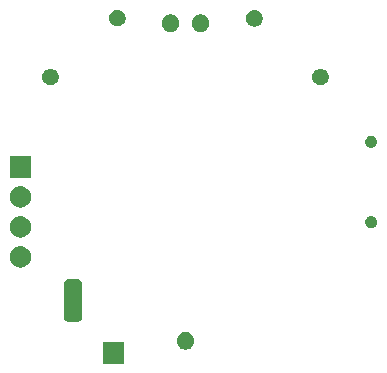
<source format=gbr>
G04 #@! TF.GenerationSoftware,KiCad,Pcbnew,(5.1.6)-1*
G04 #@! TF.CreationDate,2020-10-21T14:23:11+02:00*
G04 #@! TF.ProjectId,Stimmungslicht,5374696d-6d75-46e6-9773-6c696368742e,rev?*
G04 #@! TF.SameCoordinates,Original*
G04 #@! TF.FileFunction,Soldermask,Bot*
G04 #@! TF.FilePolarity,Negative*
%FSLAX46Y46*%
G04 Gerber Fmt 4.6, Leading zero omitted, Abs format (unit mm)*
G04 Created by KiCad (PCBNEW (5.1.6)-1) date 2020-10-21 14:23:11*
%MOMM*%
%LPD*%
G01*
G04 APERTURE LIST*
%ADD10C,0.100000*%
G04 APERTURE END LIST*
D10*
G36*
X139026200Y-131685600D02*
G01*
X137224200Y-131685600D01*
X137224200Y-129883600D01*
X139026200Y-129883600D01*
X139026200Y-131685600D01*
G37*
G36*
X144450419Y-129042780D02*
G01*
X144587092Y-129099392D01*
X144710095Y-129181580D01*
X144814700Y-129286185D01*
X144896888Y-129409188D01*
X144953500Y-129545861D01*
X144982360Y-129690953D01*
X144982360Y-129838887D01*
X144953500Y-129983979D01*
X144896888Y-130120652D01*
X144814700Y-130243655D01*
X144710095Y-130348260D01*
X144587092Y-130430448D01*
X144587091Y-130430449D01*
X144587090Y-130430449D01*
X144450419Y-130487060D01*
X144305328Y-130515920D01*
X144157392Y-130515920D01*
X144012301Y-130487060D01*
X143875630Y-130430449D01*
X143875629Y-130430449D01*
X143875628Y-130430448D01*
X143752625Y-130348260D01*
X143648020Y-130243655D01*
X143565832Y-130120652D01*
X143509220Y-129983979D01*
X143480360Y-129838887D01*
X143480360Y-129690953D01*
X143509220Y-129545861D01*
X143565832Y-129409188D01*
X143648020Y-129286185D01*
X143752625Y-129181580D01*
X143875628Y-129099392D01*
X144012301Y-129042780D01*
X144157392Y-129013920D01*
X144305328Y-129013920D01*
X144450419Y-129042780D01*
G37*
G36*
X134963479Y-124494634D02*
G01*
X134975730Y-124495236D01*
X134994149Y-124495236D01*
X135016429Y-124497430D01*
X135100513Y-124514156D01*
X135121940Y-124520656D01*
X135201138Y-124553460D01*
X135206583Y-124556371D01*
X135206589Y-124556373D01*
X135215449Y-124561109D01*
X135215453Y-124561112D01*
X135220894Y-124564020D01*
X135292179Y-124611651D01*
X135309484Y-124625852D01*
X135370108Y-124686476D01*
X135384309Y-124703781D01*
X135431940Y-124775066D01*
X135434848Y-124780507D01*
X135434851Y-124780511D01*
X135439587Y-124789371D01*
X135439589Y-124789377D01*
X135442500Y-124794822D01*
X135475304Y-124874020D01*
X135481804Y-124895447D01*
X135498530Y-124979531D01*
X135500724Y-125001811D01*
X135500724Y-125020230D01*
X135501326Y-125032481D01*
X135503132Y-125050819D01*
X135503132Y-125588540D01*
X135501543Y-125604679D01*
X135497135Y-125619208D01*
X135491674Y-125632391D01*
X135486892Y-125656425D01*
X135486891Y-125680929D01*
X135491671Y-125704962D01*
X135501048Y-125727601D01*
X135502280Y-125729445D01*
X135502280Y-126960730D01*
X135495805Y-126972844D01*
X135488692Y-126996293D01*
X135486290Y-127020679D01*
X135488692Y-127045065D01*
X135495805Y-127068514D01*
X135498128Y-127073426D01*
X135501543Y-127084681D01*
X135503132Y-127100820D01*
X135503132Y-127638542D01*
X135501326Y-127656879D01*
X135500724Y-127669130D01*
X135500724Y-127687549D01*
X135498530Y-127709829D01*
X135481804Y-127793913D01*
X135475304Y-127815340D01*
X135442500Y-127894538D01*
X135439589Y-127899983D01*
X135439587Y-127899989D01*
X135434851Y-127908849D01*
X135434848Y-127908853D01*
X135431940Y-127914294D01*
X135384309Y-127985579D01*
X135370108Y-128002884D01*
X135309484Y-128063508D01*
X135292179Y-128077709D01*
X135220894Y-128125340D01*
X135215453Y-128128248D01*
X135215449Y-128128251D01*
X135206589Y-128132987D01*
X135206583Y-128132989D01*
X135201138Y-128135900D01*
X135121940Y-128168704D01*
X135100513Y-128175204D01*
X135016429Y-128191930D01*
X134994149Y-128194124D01*
X134975730Y-128194124D01*
X134963479Y-128194726D01*
X134945142Y-128196532D01*
X134457418Y-128196532D01*
X134439081Y-128194726D01*
X134426830Y-128194124D01*
X134408411Y-128194124D01*
X134386131Y-128191930D01*
X134302047Y-128175204D01*
X134280620Y-128168704D01*
X134201422Y-128135900D01*
X134195977Y-128132989D01*
X134195971Y-128132987D01*
X134187111Y-128128251D01*
X134187107Y-128128248D01*
X134181666Y-128125340D01*
X134110381Y-128077709D01*
X134093076Y-128063508D01*
X134032452Y-128002884D01*
X134018251Y-127985579D01*
X133970620Y-127914294D01*
X133967712Y-127908853D01*
X133967709Y-127908849D01*
X133962973Y-127899989D01*
X133962971Y-127899983D01*
X133960060Y-127894538D01*
X133927256Y-127815340D01*
X133920756Y-127793913D01*
X133904030Y-127709829D01*
X133901836Y-127687549D01*
X133901836Y-127669130D01*
X133901234Y-127656879D01*
X133899428Y-127638542D01*
X133899428Y-127100820D01*
X133901017Y-127084681D01*
X133905425Y-127070152D01*
X133910886Y-127056969D01*
X133915668Y-127032935D01*
X133915669Y-127008431D01*
X133910889Y-126984398D01*
X133901512Y-126961759D01*
X133900280Y-126959915D01*
X133900280Y-125728630D01*
X133906755Y-125716516D01*
X133913868Y-125693067D01*
X133916270Y-125668681D01*
X133913868Y-125644295D01*
X133906755Y-125620846D01*
X133904432Y-125615934D01*
X133901017Y-125604679D01*
X133899428Y-125588540D01*
X133899428Y-125050819D01*
X133901234Y-125032481D01*
X133901836Y-125020230D01*
X133901836Y-125001811D01*
X133904030Y-124979531D01*
X133920756Y-124895447D01*
X133927256Y-124874020D01*
X133960060Y-124794822D01*
X133962971Y-124789377D01*
X133962973Y-124789371D01*
X133967709Y-124780511D01*
X133967712Y-124780507D01*
X133970620Y-124775066D01*
X134018251Y-124703781D01*
X134032452Y-124686476D01*
X134093076Y-124625852D01*
X134110381Y-124611651D01*
X134181666Y-124564020D01*
X134187107Y-124561112D01*
X134187111Y-124561109D01*
X134195971Y-124556373D01*
X134195977Y-124556371D01*
X134201422Y-124553460D01*
X134280620Y-124520656D01*
X134302047Y-124514156D01*
X134386131Y-124497430D01*
X134408411Y-124495236D01*
X134426830Y-124495236D01*
X134439081Y-124494634D01*
X134457419Y-124492828D01*
X134945141Y-124492828D01*
X134963479Y-124494634D01*
G37*
G36*
X130364712Y-121760527D02*
G01*
X130514012Y-121790224D01*
X130677984Y-121858144D01*
X130825554Y-121956747D01*
X130951053Y-122082246D01*
X131049656Y-122229816D01*
X131117576Y-122393788D01*
X131152200Y-122567859D01*
X131152200Y-122745341D01*
X131117576Y-122919412D01*
X131049656Y-123083384D01*
X130951053Y-123230954D01*
X130825554Y-123356453D01*
X130677984Y-123455056D01*
X130514012Y-123522976D01*
X130364712Y-123552673D01*
X130339942Y-123557600D01*
X130162458Y-123557600D01*
X130137688Y-123552673D01*
X129988388Y-123522976D01*
X129824416Y-123455056D01*
X129676846Y-123356453D01*
X129551347Y-123230954D01*
X129452744Y-123083384D01*
X129384824Y-122919412D01*
X129350200Y-122745341D01*
X129350200Y-122567859D01*
X129384824Y-122393788D01*
X129452744Y-122229816D01*
X129551347Y-122082246D01*
X129676846Y-121956747D01*
X129824416Y-121858144D01*
X129988388Y-121790224D01*
X130137688Y-121760527D01*
X130162458Y-121755600D01*
X130339942Y-121755600D01*
X130364712Y-121760527D01*
G37*
G36*
X130364712Y-119220527D02*
G01*
X130514012Y-119250224D01*
X130677984Y-119318144D01*
X130825554Y-119416747D01*
X130951053Y-119542246D01*
X131049656Y-119689816D01*
X131117576Y-119853788D01*
X131152200Y-120027859D01*
X131152200Y-120205341D01*
X131117576Y-120379412D01*
X131049656Y-120543384D01*
X130951053Y-120690954D01*
X130825554Y-120816453D01*
X130677984Y-120915056D01*
X130514012Y-120982976D01*
X130364712Y-121012673D01*
X130339942Y-121017600D01*
X130162458Y-121017600D01*
X130137688Y-121012673D01*
X129988388Y-120982976D01*
X129824416Y-120915056D01*
X129676846Y-120816453D01*
X129551347Y-120690954D01*
X129452744Y-120543384D01*
X129384824Y-120379412D01*
X129350200Y-120205341D01*
X129350200Y-120027859D01*
X129384824Y-119853788D01*
X129452744Y-119689816D01*
X129551347Y-119542246D01*
X129676846Y-119416747D01*
X129824416Y-119318144D01*
X129988388Y-119250224D01*
X130137688Y-119220527D01*
X130162458Y-119215600D01*
X130339942Y-119215600D01*
X130364712Y-119220527D01*
G37*
G36*
X160038940Y-119215227D02*
G01*
X160087336Y-119224853D01*
X160125102Y-119240496D01*
X160178511Y-119262619D01*
X160178512Y-119262620D01*
X160260569Y-119317448D01*
X160330352Y-119387231D01*
X160330353Y-119387233D01*
X160385181Y-119469289D01*
X160407304Y-119522698D01*
X160422947Y-119560464D01*
X160442200Y-119657256D01*
X160442200Y-119755944D01*
X160422947Y-119852736D01*
X160407304Y-119890502D01*
X160385181Y-119943911D01*
X160385180Y-119943912D01*
X160330352Y-120025969D01*
X160260569Y-120095752D01*
X160219262Y-120123352D01*
X160178511Y-120150581D01*
X160125102Y-120172704D01*
X160087336Y-120188347D01*
X160038940Y-120197973D01*
X159990545Y-120207600D01*
X159891855Y-120207600D01*
X159843460Y-120197973D01*
X159795064Y-120188347D01*
X159757298Y-120172704D01*
X159703889Y-120150581D01*
X159663138Y-120123352D01*
X159621831Y-120095752D01*
X159552048Y-120025969D01*
X159497220Y-119943912D01*
X159497219Y-119943911D01*
X159475096Y-119890502D01*
X159459453Y-119852736D01*
X159440200Y-119755944D01*
X159440200Y-119657256D01*
X159459453Y-119560464D01*
X159475096Y-119522698D01*
X159497219Y-119469289D01*
X159552047Y-119387233D01*
X159552048Y-119387231D01*
X159621831Y-119317448D01*
X159703888Y-119262620D01*
X159703889Y-119262619D01*
X159757298Y-119240496D01*
X159795064Y-119224853D01*
X159843460Y-119215227D01*
X159891855Y-119205600D01*
X159990545Y-119205600D01*
X160038940Y-119215227D01*
G37*
G36*
X130364712Y-116680527D02*
G01*
X130514012Y-116710224D01*
X130677984Y-116778144D01*
X130825554Y-116876747D01*
X130951053Y-117002246D01*
X131049656Y-117149816D01*
X131117576Y-117313788D01*
X131152200Y-117487859D01*
X131152200Y-117665341D01*
X131117576Y-117839412D01*
X131049656Y-118003384D01*
X130951053Y-118150954D01*
X130825554Y-118276453D01*
X130677984Y-118375056D01*
X130514012Y-118442976D01*
X130364712Y-118472673D01*
X130339942Y-118477600D01*
X130162458Y-118477600D01*
X130137688Y-118472673D01*
X129988388Y-118442976D01*
X129824416Y-118375056D01*
X129676846Y-118276453D01*
X129551347Y-118150954D01*
X129452744Y-118003384D01*
X129384824Y-117839412D01*
X129350200Y-117665341D01*
X129350200Y-117487859D01*
X129384824Y-117313788D01*
X129452744Y-117149816D01*
X129551347Y-117002246D01*
X129676846Y-116876747D01*
X129824416Y-116778144D01*
X129988388Y-116710224D01*
X130137688Y-116680527D01*
X130162458Y-116675600D01*
X130339942Y-116675600D01*
X130364712Y-116680527D01*
G37*
G36*
X131152200Y-115937600D02*
G01*
X129350200Y-115937600D01*
X129350200Y-114135600D01*
X131152200Y-114135600D01*
X131152200Y-115937600D01*
G37*
G36*
X160038940Y-112415226D02*
G01*
X160087336Y-112424853D01*
X160125102Y-112440496D01*
X160178511Y-112462619D01*
X160178512Y-112462620D01*
X160260569Y-112517448D01*
X160330352Y-112587231D01*
X160330353Y-112587233D01*
X160385181Y-112669289D01*
X160422947Y-112760465D01*
X160442200Y-112857255D01*
X160442200Y-112955945D01*
X160422947Y-113052735D01*
X160385181Y-113143911D01*
X160385180Y-113143912D01*
X160330352Y-113225969D01*
X160260569Y-113295752D01*
X160219262Y-113323352D01*
X160178511Y-113350581D01*
X160125102Y-113372704D01*
X160087336Y-113388347D01*
X160038940Y-113397974D01*
X159990545Y-113407600D01*
X159891855Y-113407600D01*
X159843460Y-113397974D01*
X159795064Y-113388347D01*
X159757298Y-113372704D01*
X159703889Y-113350581D01*
X159663138Y-113323352D01*
X159621831Y-113295752D01*
X159552048Y-113225969D01*
X159497220Y-113143912D01*
X159497219Y-113143911D01*
X159459453Y-113052735D01*
X159440200Y-112955945D01*
X159440200Y-112857255D01*
X159459453Y-112760465D01*
X159497219Y-112669289D01*
X159552047Y-112587233D01*
X159552048Y-112587231D01*
X159621831Y-112517448D01*
X159703888Y-112462620D01*
X159703889Y-112462619D01*
X159757298Y-112440496D01*
X159795064Y-112424853D01*
X159843460Y-112415226D01*
X159891855Y-112405600D01*
X159990545Y-112405600D01*
X160038940Y-112415226D01*
G37*
G36*
X132995673Y-106742538D02*
G01*
X133123249Y-106795382D01*
X133238059Y-106872095D01*
X133335705Y-106969741D01*
X133412418Y-107084551D01*
X133465262Y-107212127D01*
X133492200Y-107347556D01*
X133492200Y-107485644D01*
X133465262Y-107621073D01*
X133412418Y-107748649D01*
X133335705Y-107863459D01*
X133238059Y-107961105D01*
X133123249Y-108037818D01*
X132995673Y-108090662D01*
X132860244Y-108117600D01*
X132722156Y-108117600D01*
X132586727Y-108090662D01*
X132459151Y-108037818D01*
X132344341Y-107961105D01*
X132246695Y-107863459D01*
X132169982Y-107748649D01*
X132117138Y-107621073D01*
X132090200Y-107485644D01*
X132090200Y-107347556D01*
X132117138Y-107212127D01*
X132169982Y-107084551D01*
X132246695Y-106969741D01*
X132344341Y-106872095D01*
X132459151Y-106795382D01*
X132586727Y-106742538D01*
X132722156Y-106715600D01*
X132860244Y-106715600D01*
X132995673Y-106742538D01*
G37*
G36*
X155855673Y-106742538D02*
G01*
X155983249Y-106795382D01*
X156098059Y-106872095D01*
X156195705Y-106969741D01*
X156272418Y-107084551D01*
X156325262Y-107212127D01*
X156352200Y-107347556D01*
X156352200Y-107485644D01*
X156325262Y-107621073D01*
X156272418Y-107748649D01*
X156195705Y-107863459D01*
X156098059Y-107961105D01*
X155983249Y-108037818D01*
X155855673Y-108090662D01*
X155720244Y-108117600D01*
X155582156Y-108117600D01*
X155446727Y-108090662D01*
X155319151Y-108037818D01*
X155204341Y-107961105D01*
X155106695Y-107863459D01*
X155029982Y-107748649D01*
X154977138Y-107621073D01*
X154950200Y-107485644D01*
X154950200Y-107347556D01*
X154977138Y-107212127D01*
X155029982Y-107084551D01*
X155106695Y-106969741D01*
X155204341Y-106872095D01*
X155319151Y-106795382D01*
X155446727Y-106742538D01*
X155582156Y-106715600D01*
X155720244Y-106715600D01*
X155855673Y-106742538D01*
G37*
G36*
X145663966Y-102131551D02*
G01*
X145720419Y-102142780D01*
X145857092Y-102199392D01*
X145980095Y-102281580D01*
X146084700Y-102386185D01*
X146166888Y-102509188D01*
X146166889Y-102509190D01*
X146223500Y-102645861D01*
X146247232Y-102765169D01*
X146252360Y-102790953D01*
X146252360Y-102938887D01*
X146223500Y-103083979D01*
X146166888Y-103220652D01*
X146084700Y-103343655D01*
X145980095Y-103448260D01*
X145857092Y-103530448D01*
X145857091Y-103530449D01*
X145857090Y-103530449D01*
X145720419Y-103587060D01*
X145575328Y-103615920D01*
X145427392Y-103615920D01*
X145282301Y-103587060D01*
X145145630Y-103530449D01*
X145145629Y-103530449D01*
X145145628Y-103530448D01*
X145022625Y-103448260D01*
X144918020Y-103343655D01*
X144835832Y-103220652D01*
X144779220Y-103083979D01*
X144750360Y-102938887D01*
X144750360Y-102790953D01*
X144755489Y-102765169D01*
X144779220Y-102645861D01*
X144835831Y-102509190D01*
X144835832Y-102509188D01*
X144918020Y-102386185D01*
X145022625Y-102281580D01*
X145145628Y-102199392D01*
X145282301Y-102142780D01*
X145338754Y-102131551D01*
X145427392Y-102113920D01*
X145575328Y-102113920D01*
X145663966Y-102131551D01*
G37*
G36*
X143123966Y-102131551D02*
G01*
X143180419Y-102142780D01*
X143317092Y-102199392D01*
X143440095Y-102281580D01*
X143544700Y-102386185D01*
X143626888Y-102509188D01*
X143626889Y-102509190D01*
X143683500Y-102645861D01*
X143707232Y-102765169D01*
X143712360Y-102790953D01*
X143712360Y-102938887D01*
X143683500Y-103083979D01*
X143626888Y-103220652D01*
X143544700Y-103343655D01*
X143440095Y-103448260D01*
X143317092Y-103530448D01*
X143317091Y-103530449D01*
X143317090Y-103530449D01*
X143180419Y-103587060D01*
X143035328Y-103615920D01*
X142887392Y-103615920D01*
X142742301Y-103587060D01*
X142605630Y-103530449D01*
X142605629Y-103530449D01*
X142605628Y-103530448D01*
X142482625Y-103448260D01*
X142378020Y-103343655D01*
X142295832Y-103220652D01*
X142239220Y-103083979D01*
X142210360Y-102938887D01*
X142210360Y-102790953D01*
X142215489Y-102765169D01*
X142239220Y-102645861D01*
X142295831Y-102509190D01*
X142295832Y-102509188D01*
X142378020Y-102386185D01*
X142482625Y-102281580D01*
X142605628Y-102199392D01*
X142742301Y-102142780D01*
X142798754Y-102131551D01*
X142887392Y-102113920D01*
X143035328Y-102113920D01*
X143123966Y-102131551D01*
G37*
G36*
X150267673Y-101789538D02*
G01*
X150395249Y-101842382D01*
X150510059Y-101919095D01*
X150607705Y-102016741D01*
X150684418Y-102131551D01*
X150737262Y-102259127D01*
X150764200Y-102394556D01*
X150764200Y-102532644D01*
X150737262Y-102668073D01*
X150684418Y-102795649D01*
X150607705Y-102910459D01*
X150510059Y-103008105D01*
X150395249Y-103084818D01*
X150267673Y-103137662D01*
X150132244Y-103164600D01*
X149994156Y-103164600D01*
X149858727Y-103137662D01*
X149731151Y-103084818D01*
X149616341Y-103008105D01*
X149518695Y-102910459D01*
X149441982Y-102795649D01*
X149389138Y-102668073D01*
X149362200Y-102532644D01*
X149362200Y-102394556D01*
X149389138Y-102259127D01*
X149441982Y-102131551D01*
X149518695Y-102016741D01*
X149616341Y-101919095D01*
X149731151Y-101842382D01*
X149858727Y-101789538D01*
X149994156Y-101762600D01*
X150132244Y-101762600D01*
X150267673Y-101789538D01*
G37*
G36*
X138657333Y-101759058D02*
G01*
X138784909Y-101811902D01*
X138899719Y-101888615D01*
X138997365Y-101986261D01*
X139074078Y-102101071D01*
X139126922Y-102228647D01*
X139153860Y-102364076D01*
X139153860Y-102502164D01*
X139126922Y-102637593D01*
X139074078Y-102765169D01*
X138997365Y-102879979D01*
X138899719Y-102977625D01*
X138784909Y-103054338D01*
X138657333Y-103107182D01*
X138521904Y-103134120D01*
X138383816Y-103134120D01*
X138248387Y-103107182D01*
X138120811Y-103054338D01*
X138006001Y-102977625D01*
X137908355Y-102879979D01*
X137831642Y-102765169D01*
X137778798Y-102637593D01*
X137751860Y-102502164D01*
X137751860Y-102364076D01*
X137778798Y-102228647D01*
X137831642Y-102101071D01*
X137908355Y-101986261D01*
X138006001Y-101888615D01*
X138120811Y-101811902D01*
X138248387Y-101759058D01*
X138383816Y-101732120D01*
X138521904Y-101732120D01*
X138657333Y-101759058D01*
G37*
M02*

</source>
